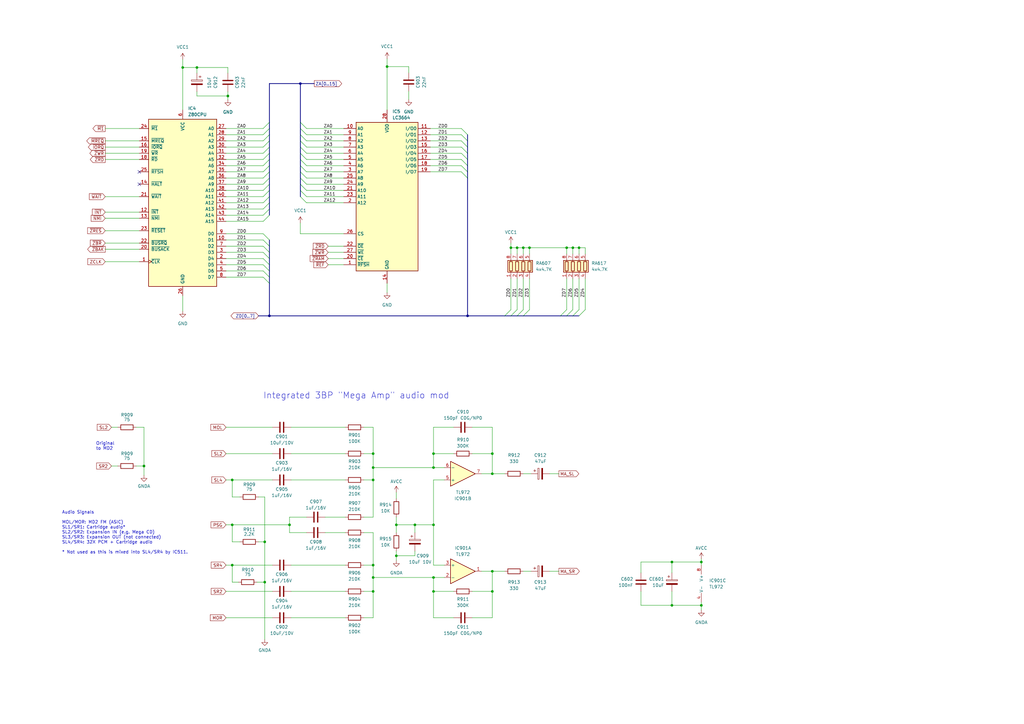
<source format=kicad_sch>
(kicad_sch (version 20230121) (generator eeschema)
  (paper "A3")
  (title_block (title "Z80 and Audio") (date "2023-11-29") (rev "1.1b") (company "By Cosam") (comment 1 "Neptune"))
  (junction (at 201.93 194.31))
  (junction (at 287.655 230.505))
  (junction (at 93.472 39.37))
  (junction (at 153.035 186.055))
  (junction (at 80.772 27.686))
  (junction (at 118.745 215.265))
  (junction (at 95.25 231.775))
  (junction (at 95.25 215.265))
  (junction (at 123.19 34.29))
  (junction (at 74.93 27.686))
  (junction (at 153.035 236.855))
  (junction (at 209.55 101.6))
  (junction (at 232.41 101.6))
  (junction (at 153.035 242.57))
  (junction (at 170.18 215.265))
  (junction (at 201.93 186.055))
  (junction (at 153.035 231.775))
  (junction (at 217.17 101.6))
  (junction (at 108.585 222.25))
  (junction (at 177.8 191.77))
  (junction (at 177.8 186.055))
  (junction (at 177.8 236.855))
  (junction (at 153.035 196.85))
  (junction (at 191.77 129.54))
  (junction (at 234.95 101.6))
  (junction (at 158.75 27.305))
  (junction (at 110.49 129.54))
  (junction (at 177.8 215.265))
  (junction (at 275.59 248.285))
  (junction (at 201.93 234.315))
  (junction (at 153.035 191.77))
  (junction (at 59.055 191.135))
  (junction (at 177.8 242.57))
  (junction (at 201.93 242.57))
  (junction (at 95.25 196.85))
  (junction (at 275.59 230.505))
  (junction (at 237.49 101.6))
  (junction (at 214.63 101.6))
  (junction (at 287.655 248.285))
  (junction (at 212.09 101.6))
  (junction (at 162.56 227.965))
  (junction (at 108.585 238.76))
  (junction (at 162.56 215.265))
  (no_connect (at 57.15 75.565))
  (no_connect (at 57.15 70.485))
  (bus_entry (at 107.95 106.045) (size 2.54 2.54))
  (bus_entry (at 125.73 75.565) (size -2.54 -2.54))
  (bus_entry (at 107.95 60.325) (size 2.54 -2.54))
  (bus_entry (at 125.73 70.485) (size -2.54 -2.54))
  (bus_entry (at 107.95 108.585) (size 2.54 2.54))
  (bus_entry (at 107.95 95.885) (size 2.54 2.54))
  (bus_entry (at 107.95 103.505) (size 2.54 2.54))
  (bus_entry (at 125.73 57.785) (size -2.54 -2.54))
  (bus_entry (at 125.73 83.185) (size -2.54 -2.54))
  (bus_entry (at 189.23 70.485) (size 2.54 2.54))
  (bus_entry (at 107.95 98.425) (size 2.54 2.54))
  (bus_entry (at 237.49 127) (size -2.54 2.54))
  (bus_entry (at 125.73 65.405) (size -2.54 -2.54))
  (bus_entry (at 240.03 127) (size -2.54 2.54))
  (bus_entry (at 107.95 100.965) (size 2.54 2.54))
  (bus_entry (at 189.23 57.785) (size 2.54 2.54))
  (bus_entry (at 125.73 73.025) (size -2.54 -2.54))
  (bus_entry (at 107.95 70.485) (size 2.54 -2.54))
  (bus_entry (at 125.73 62.865) (size -2.54 -2.54))
  (bus_entry (at 189.23 62.865) (size 2.54 2.54))
  (bus_entry (at 125.73 52.705) (size -2.54 -2.54))
  (bus_entry (at 217.17 127) (size -2.54 2.54))
  (bus_entry (at 232.41 127) (size -2.54 2.54))
  (bus_entry (at 107.95 113.665) (size 2.54 2.54))
  (bus_entry (at 107.95 67.945) (size 2.54 -2.54))
  (bus_entry (at 212.09 127) (size -2.54 2.54))
  (bus_entry (at 107.95 85.725) (size 2.54 -2.54))
  (bus_entry (at 189.23 67.945) (size 2.54 2.54))
  (bus_entry (at 214.63 127) (size -2.54 2.54))
  (bus_entry (at 107.95 111.125) (size 2.54 2.54))
  (bus_entry (at 107.95 90.805) (size 2.54 -2.54))
  (bus_entry (at 189.23 55.245) (size 2.54 2.54))
  (bus_entry (at 107.95 80.645) (size 2.54 -2.54))
  (bus_entry (at 107.95 78.105) (size 2.54 -2.54))
  (bus_entry (at 125.73 60.325) (size -2.54 -2.54))
  (bus_entry (at 189.23 65.405) (size 2.54 2.54))
  (bus_entry (at 125.73 55.245) (size -2.54 -2.54))
  (bus_entry (at 107.95 88.265) (size 2.54 -2.54))
  (bus_entry (at 107.95 55.245) (size 2.54 -2.54))
  (bus_entry (at 107.95 83.185) (size 2.54 -2.54))
  (bus_entry (at 107.95 62.865) (size 2.54 -2.54))
  (bus_entry (at 189.23 60.325) (size 2.54 2.54))
  (bus_entry (at 234.95 127) (size -2.54 2.54))
  (bus_entry (at 125.73 78.105) (size -2.54 -2.54))
  (bus_entry (at 125.73 80.645) (size -2.54 -2.54))
  (bus_entry (at 189.23 52.705) (size 2.54 2.54))
  (bus_entry (at 107.95 73.025) (size 2.54 -2.54))
  (bus_entry (at 209.55 127) (size -2.54 2.54))
  (bus_entry (at 107.95 65.405) (size 2.54 -2.54))
  (bus_entry (at 107.95 75.565) (size 2.54 -2.54))
  (bus_entry (at 107.95 57.785) (size 2.54 -2.54))
  (bus_entry (at 125.73 67.945) (size -2.54 -2.54))
  (bus_entry (at 107.95 52.705) (size 2.54 -2.54))
  (wire (pts (xy 55.88 175.26) (xy 59.055 175.26)))
  (wire (pts (xy 92.71 67.945) (xy 107.95 67.945)))
  (wire (pts (xy 93.472 37.592) (xy 93.472 39.37)))
  (wire (pts (xy 80.772 39.37) (xy 93.472 39.37)))
  (wire (pts (xy 232.41 114.3) (xy 232.41 127)))
  (wire (pts (xy 149.225 218.44) (xy 153.035 218.44)))
  (wire (pts (xy 287.655 229.235) (xy 287.655 230.505)))
  (bus (pts (xy 110.49 106.045) (xy 110.49 108.585)))
  (bus (pts (xy 191.77 65.405) (xy 191.77 67.945)))
  (bus (pts (xy 229.87 129.54) (xy 214.63 129.54)))
  (wire (pts (xy 125.73 65.405) (xy 140.97 65.405)))
  (wire (pts (xy 125.73 60.325) (xy 140.97 60.325)))
  (bus (pts (xy 123.19 50.165) (xy 123.19 52.705)))
  (wire (pts (xy 177.8 191.77) (xy 182.245 191.77)))
  (wire (pts (xy 186.055 175.26) (xy 177.8 175.26)))
  (bus (pts (xy 123.19 60.325) (xy 123.19 62.865)))
  (wire (pts (xy 177.8 242.57) (xy 177.8 236.855)))
  (wire (pts (xy 125.73 80.645) (xy 140.97 80.645)))
  (bus (pts (xy 123.19 34.29) (xy 123.19 50.165)))
  (wire (pts (xy 177.8 253.365) (xy 186.055 253.365)))
  (wire (pts (xy 92.71 196.85) (xy 95.25 196.85)))
  (wire (pts (xy 237.49 101.6) (xy 237.49 104.14)))
  (bus (pts (xy 191.77 73.025) (xy 191.77 129.54)))
  (wire (pts (xy 162.56 212.09) (xy 162.56 215.265)))
  (wire (pts (xy 92.71 108.585) (xy 107.95 108.585)))
  (bus (pts (xy 110.49 55.245) (xy 110.49 57.785)))
  (wire (pts (xy 123.19 95.885) (xy 123.19 91.44)))
  (wire (pts (xy 125.73 57.785) (xy 140.97 57.785)))
  (wire (pts (xy 95.25 215.265) (xy 118.745 215.265)))
  (bus (pts (xy 123.19 75.565) (xy 123.19 78.105)))
  (wire (pts (xy 153.035 236.855) (xy 153.035 231.775)))
  (wire (pts (xy 92.71 90.805) (xy 107.95 90.805)))
  (wire (pts (xy 232.41 101.6) (xy 234.95 101.6)))
  (wire (pts (xy 140.97 108.585) (xy 134.62 108.585)))
  (wire (pts (xy 125.73 70.485) (xy 140.97 70.485)))
  (bus (pts (xy 191.77 60.325) (xy 191.77 62.865)))
  (bus (pts (xy 110.49 57.785) (xy 110.49 60.325)))
  (bus (pts (xy 110.49 98.425) (xy 110.49 100.965)))
  (wire (pts (xy 177.8 186.055) (xy 177.8 175.26)))
  (wire (pts (xy 57.15 99.695) (xy 43.18 99.695)))
  (wire (pts (xy 92.71 103.505) (xy 107.95 103.505)))
  (wire (pts (xy 162.56 226.06) (xy 162.56 227.965)))
  (bus (pts (xy 106.045 129.54) (xy 110.49 129.54)))
  (wire (pts (xy 214.63 114.3) (xy 214.63 127)))
  (wire (pts (xy 275.59 230.505) (xy 275.59 234.95)))
  (wire (pts (xy 177.8 196.85) (xy 182.245 196.85)))
  (wire (pts (xy 149.225 186.055) (xy 153.035 186.055)))
  (wire (pts (xy 217.17 101.6) (xy 214.63 101.6)))
  (wire (pts (xy 119.38 231.775) (xy 141.605 231.775)))
  (wire (pts (xy 225.425 234.315) (xy 229.235 234.315)))
  (bus (pts (xy 110.49 103.505) (xy 110.49 106.045)))
  (bus (pts (xy 110.49 50.165) (xy 110.49 52.705)))
  (bus (pts (xy 191.77 67.945) (xy 191.77 70.485)))
  (wire (pts (xy 45.72 175.26) (xy 48.26 175.26)))
  (wire (pts (xy 108.585 222.25) (xy 108.585 238.76)))
  (wire (pts (xy 240.03 101.6) (xy 240.03 104.14)))
  (bus (pts (xy 110.49 80.645) (xy 110.49 83.185)))
  (wire (pts (xy 125.73 55.245) (xy 140.97 55.245)))
  (bus (pts (xy 214.63 129.54) (xy 212.09 129.54)))
  (wire (pts (xy 119.38 196.85) (xy 141.605 196.85)))
  (wire (pts (xy 162.56 201.93) (xy 162.56 204.47)))
  (wire (pts (xy 201.93 194.31) (xy 207.01 194.31)))
  (wire (pts (xy 92.71 70.485) (xy 107.95 70.485)))
  (wire (pts (xy 133.35 212.09) (xy 141.605 212.09)))
  (bus (pts (xy 110.49 113.665) (xy 110.49 116.205)))
  (wire (pts (xy 158.75 24.13) (xy 158.75 27.305)))
  (wire (pts (xy 98.425 203.835) (xy 95.25 203.835)))
  (wire (pts (xy 237.49 114.3) (xy 237.49 127)))
  (wire (pts (xy 119.38 253.365) (xy 141.605 253.365)))
  (bus (pts (xy 212.09 129.54) (xy 209.55 129.54)))
  (bus (pts (xy 234.95 129.54) (xy 232.41 129.54)))
  (bus (pts (xy 191.77 57.785) (xy 191.77 60.325)))
  (wire (pts (xy 197.485 194.31) (xy 201.93 194.31)))
  (wire (pts (xy 92.71 215.265) (xy 95.25 215.265)))
  (wire (pts (xy 158.75 27.305) (xy 158.75 45.085)))
  (wire (pts (xy 237.49 101.6) (xy 240.03 101.6)))
  (wire (pts (xy 177.8 215.265) (xy 177.8 196.85)))
  (wire (pts (xy 92.71 242.57) (xy 111.76 242.57)))
  (wire (pts (xy 92.71 73.025) (xy 107.95 73.025)))
  (bus (pts (xy 123.19 52.705) (xy 123.19 55.245)))
  (wire (pts (xy 57.15 60.325) (xy 43.18 60.325)))
  (bus (pts (xy 110.49 34.29) (xy 110.49 50.165)))
  (wire (pts (xy 57.15 80.645) (xy 43.18 80.645)))
  (wire (pts (xy 95.25 203.835) (xy 95.25 196.85)))
  (wire (pts (xy 57.15 86.995) (xy 43.18 86.995)))
  (wire (pts (xy 153.035 236.855) (xy 177.8 236.855)))
  (wire (pts (xy 167.64 27.305) (xy 158.75 27.305)))
  (wire (pts (xy 234.95 114.3) (xy 234.95 127)))
  (bus (pts (xy 191.77 62.865) (xy 191.77 65.405)))
  (bus (pts (xy 209.55 129.54) (xy 207.01 129.54)))
  (wire (pts (xy 262.89 242.57) (xy 262.89 248.285)))
  (wire (pts (xy 140.97 106.045) (xy 134.62 106.045)))
  (bus (pts (xy 123.19 55.245) (xy 123.19 57.785)))
  (wire (pts (xy 93.472 29.972) (xy 93.472 27.686)))
  (wire (pts (xy 97.79 238.76) (xy 95.25 238.76)))
  (wire (pts (xy 92.71 55.245) (xy 107.95 55.245)))
  (wire (pts (xy 167.64 37.465) (xy 167.64 40.767)))
  (bus (pts (xy 110.49 100.965) (xy 110.49 103.505)))
  (wire (pts (xy 119.38 175.26) (xy 141.605 175.26)))
  (wire (pts (xy 92.71 60.325) (xy 107.95 60.325)))
  (wire (pts (xy 153.035 191.77) (xy 153.035 186.055)))
  (bus (pts (xy 232.41 129.54) (xy 229.87 129.54)))
  (wire (pts (xy 57.15 107.315) (xy 43.18 107.315)))
  (wire (pts (xy 92.71 75.565) (xy 107.95 75.565)))
  (wire (pts (xy 214.63 234.315) (xy 217.805 234.315)))
  (wire (pts (xy 105.41 238.76) (xy 108.585 238.76)))
  (wire (pts (xy 92.71 52.705) (xy 107.95 52.705)))
  (wire (pts (xy 140.97 103.505) (xy 134.62 103.505)))
  (wire (pts (xy 170.18 215.265) (xy 177.8 215.265)))
  (wire (pts (xy 158.75 116.205) (xy 158.75 120.015)))
  (wire (pts (xy 153.035 196.85) (xy 153.035 191.77)))
  (wire (pts (xy 125.73 52.705) (xy 140.97 52.705)))
  (wire (pts (xy 106.045 203.835) (xy 108.585 203.835)))
  (wire (pts (xy 214.63 104.14) (xy 214.63 101.6)))
  (wire (pts (xy 74.93 121.285) (xy 74.93 127.635)))
  (wire (pts (xy 209.55 101.6) (xy 209.55 104.14)))
  (bus (pts (xy 110.49 129.54) (xy 191.77 129.54)))
  (bus (pts (xy 123.19 62.865) (xy 123.19 65.405)))
  (wire (pts (xy 212.09 114.3) (xy 212.09 127)))
  (wire (pts (xy 140.97 100.965) (xy 134.62 100.965)))
  (wire (pts (xy 232.41 101.6) (xy 232.41 104.14)))
  (wire (pts (xy 262.89 234.95) (xy 262.89 230.505)))
  (wire (pts (xy 193.675 253.365) (xy 201.93 253.365)))
  (wire (pts (xy 92.71 98.425) (xy 107.95 98.425)))
  (bus (pts (xy 110.49 75.565) (xy 110.49 78.105)))
  (wire (pts (xy 186.055 186.055) (xy 177.8 186.055)))
  (wire (pts (xy 162.56 227.965) (xy 162.56 229.87)))
  (wire (pts (xy 214.63 194.31) (xy 217.805 194.31)))
  (wire (pts (xy 225.425 194.31) (xy 229.235 194.31)))
  (wire (pts (xy 234.95 101.6) (xy 237.49 101.6)))
  (bus (pts (xy 191.77 55.245) (xy 191.77 57.785)))
  (bus (pts (xy 110.49 60.325) (xy 110.49 62.865)))
  (bus (pts (xy 237.49 129.54) (xy 234.95 129.54)))
  (wire (pts (xy 59.055 175.26) (xy 59.055 191.135)))
  (wire (pts (xy 95.25 231.775) (xy 111.76 231.775)))
  (wire (pts (xy 153.035 242.57) (xy 153.035 253.365)))
  (wire (pts (xy 57.15 65.405) (xy 43.18 65.405)))
  (bus (pts (xy 123.19 34.29) (xy 110.49 34.29)))
  (wire (pts (xy 57.15 89.535) (xy 43.18 89.535)))
  (wire (pts (xy 275.59 230.505) (xy 287.655 230.505)))
  (wire (pts (xy 92.71 231.775) (xy 95.25 231.775)))
  (wire (pts (xy 162.56 227.965) (xy 170.18 227.965)))
  (wire (pts (xy 234.95 101.6) (xy 234.95 104.14)))
  (wire (pts (xy 153.035 253.365) (xy 149.225 253.365)))
  (bus (pts (xy 110.49 62.865) (xy 110.49 65.405)))
  (bus (pts (xy 123.19 73.025) (xy 123.19 75.565)))
  (wire (pts (xy 177.8 231.775) (xy 182.245 231.775)))
  (wire (pts (xy 177.8 215.265) (xy 177.8 231.775)))
  (wire (pts (xy 201.93 253.365) (xy 201.93 242.57)))
  (wire (pts (xy 92.71 80.645) (xy 107.95 80.645)))
  (bus (pts (xy 128.905 34.29) (xy 123.19 34.29)))
  (wire (pts (xy 92.71 95.885) (xy 107.95 95.885)))
  (wire (pts (xy 149.225 212.09) (xy 153.035 212.09)))
  (wire (pts (xy 55.88 191.135) (xy 59.055 191.135)))
  (wire (pts (xy 201.93 234.315) (xy 197.485 234.315)))
  (wire (pts (xy 80.772 37.592) (xy 80.772 39.37)))
  (wire (pts (xy 57.15 57.785) (xy 43.18 57.785)))
  (wire (pts (xy 92.71 83.185) (xy 107.95 83.185)))
  (wire (pts (xy 149.225 231.775) (xy 153.035 231.775)))
  (wire (pts (xy 57.15 94.615) (xy 43.18 94.615)))
  (wire (pts (xy 176.53 60.325) (xy 189.23 60.325)))
  (wire (pts (xy 108.585 238.76) (xy 108.585 262.255)))
  (wire (pts (xy 193.675 186.055) (xy 201.93 186.055)))
  (wire (pts (xy 217.17 114.3) (xy 217.17 127)))
  (bus (pts (xy 110.49 116.205) (xy 110.49 129.54)))
  (wire (pts (xy 162.56 215.265) (xy 162.56 218.44)))
  (wire (pts (xy 57.15 52.705) (xy 43.18 52.705)))
  (wire (pts (xy 98.425 222.25) (xy 95.25 222.25)))
  (wire (pts (xy 149.225 196.85) (xy 153.035 196.85)))
  (wire (pts (xy 201.93 234.315) (xy 207.01 234.315)))
  (wire (pts (xy 106.045 222.25) (xy 108.585 222.25)))
  (wire (pts (xy 176.53 67.945) (xy 189.23 67.945)))
  (wire (pts (xy 201.93 194.31) (xy 201.93 186.055)))
  (wire (pts (xy 92.71 106.045) (xy 107.95 106.045)))
  (wire (pts (xy 217.17 104.14) (xy 217.17 101.6)))
  (wire (pts (xy 170.18 227.965) (xy 170.18 226.06)))
  (wire (pts (xy 108.585 203.835) (xy 108.585 222.25)))
  (bus (pts (xy 110.49 73.025) (xy 110.49 75.565)))
  (wire (pts (xy 125.73 73.025) (xy 140.97 73.025)))
  (bus (pts (xy 123.19 67.945) (xy 123.19 70.485)))
  (wire (pts (xy 153.035 175.26) (xy 149.225 175.26)))
  (wire (pts (xy 92.71 175.26) (xy 111.76 175.26)))
  (wire (pts (xy 59.055 191.135) (xy 59.055 194.945)))
  (wire (pts (xy 162.56 215.265) (xy 170.18 215.265)))
  (wire (pts (xy 153.035 191.77) (xy 177.8 191.77)))
  (wire (pts (xy 92.71 111.125) (xy 107.95 111.125)))
  (wire (pts (xy 201.93 242.57) (xy 201.93 234.315)))
  (bus (pts (xy 110.49 78.105) (xy 110.49 80.645)))
  (wire (pts (xy 92.71 186.055) (xy 111.76 186.055)))
  (wire (pts (xy 201.93 186.055) (xy 201.93 175.26)))
  (wire (pts (xy 177.8 253.365) (xy 177.8 242.57)))
  (wire (pts (xy 149.225 242.57) (xy 153.035 242.57)))
  (wire (pts (xy 119.38 186.055) (xy 141.605 186.055)))
  (wire (pts (xy 176.53 55.245) (xy 189.23 55.245)))
  (wire (pts (xy 153.035 186.055) (xy 153.035 175.26)))
  (wire (pts (xy 275.59 248.285) (xy 287.655 248.285)))
  (wire (pts (xy 170.18 215.265) (xy 170.18 218.44)))
  (wire (pts (xy 95.25 196.85) (xy 111.76 196.85)))
  (wire (pts (xy 125.73 75.565) (xy 140.97 75.565)))
  (bus (pts (xy 110.49 67.945) (xy 110.49 70.485)))
  (wire (pts (xy 74.93 24.384) (xy 74.93 27.686)))
  (bus (pts (xy 110.49 111.125) (xy 110.49 113.665)))
  (wire (pts (xy 125.73 78.105) (xy 140.97 78.105)))
  (wire (pts (xy 287.655 247.015) (xy 287.655 248.285)))
  (bus (pts (xy 110.49 85.725) (xy 110.49 88.265)))
  (wire (pts (xy 125.73 83.185) (xy 140.97 83.185)))
  (wire (pts (xy 186.055 242.57) (xy 177.8 242.57)))
  (wire (pts (xy 119.38 242.57) (xy 141.605 242.57)))
  (wire (pts (xy 95.25 238.76) (xy 95.25 231.775)))
  (wire (pts (xy 92.71 88.265) (xy 107.95 88.265)))
  (wire (pts (xy 212.09 101.6) (xy 209.55 101.6)))
  (wire (pts (xy 92.71 85.725) (xy 107.95 85.725)))
  (wire (pts (xy 176.53 62.865) (xy 189.23 62.865)))
  (wire (pts (xy 133.35 218.44) (xy 141.605 218.44)))
  (wire (pts (xy 118.745 218.44) (xy 125.73 218.44)))
  (wire (pts (xy 92.71 62.865) (xy 107.95 62.865)))
  (bus (pts (xy 191.77 129.54) (xy 207.01 129.54)))
  (bus (pts (xy 123.19 57.785) (xy 123.19 60.325)))
  (wire (pts (xy 287.655 248.285) (xy 287.655 250.19)))
  (wire (pts (xy 92.71 78.105) (xy 107.95 78.105)))
  (wire (pts (xy 177.8 191.77) (xy 177.8 186.055)))
  (bus (pts (xy 110.49 52.705) (xy 110.49 55.245)))
  (wire (pts (xy 95.25 222.25) (xy 95.25 215.265)))
  (wire (pts (xy 80.772 27.686) (xy 80.772 29.972)))
  (bus (pts (xy 110.49 70.485) (xy 110.49 73.025)))
  (bus (pts (xy 110.49 65.405) (xy 110.49 67.945)))
  (bus (pts (xy 123.19 65.405) (xy 123.19 67.945)))
  (wire (pts (xy 176.53 65.405) (xy 189.23 65.405)))
  (wire (pts (xy 45.72 191.135) (xy 48.26 191.135)))
  (wire (pts (xy 177.8 236.855) (xy 182.245 236.855)))
  (wire (pts (xy 212.09 104.14) (xy 212.09 101.6)))
  (wire (pts (xy 287.655 230.505) (xy 287.655 231.775)))
  (wire (pts (xy 214.63 101.6) (xy 212.09 101.6)))
  (wire (pts (xy 176.53 70.485) (xy 189.23 70.485)))
  (wire (pts (xy 92.71 57.785) (xy 107.95 57.785)))
  (wire (pts (xy 123.19 95.885) (xy 140.97 95.885)))
  (wire (pts (xy 262.89 248.285) (xy 275.59 248.285)))
  (wire (pts (xy 153.035 212.09) (xy 153.035 196.85)))
  (wire (pts (xy 209.55 114.3) (xy 209.55 127)))
  (wire (pts (xy 57.15 102.235) (xy 43.18 102.235)))
  (wire (pts (xy 275.59 242.57) (xy 275.59 248.285)))
  (wire (pts (xy 118.745 212.09) (xy 118.745 215.265)))
  (wire (pts (xy 74.93 27.686) (xy 74.93 45.085)))
  (wire (pts (xy 93.472 39.37) (xy 93.472 40.894)))
  (bus (pts (xy 110.49 83.185) (xy 110.49 85.725)))
  (wire (pts (xy 201.93 175.26) (xy 193.675 175.26)))
  (bus (pts (xy 123.19 70.485) (xy 123.19 73.025)))
  (wire (pts (xy 92.71 65.405) (xy 107.95 65.405)))
  (wire (pts (xy 57.15 62.865) (xy 43.18 62.865)))
  (wire (pts (xy 193.675 242.57) (xy 201.93 242.57)))
  (wire (pts (xy 176.53 52.705) (xy 189.23 52.705)))
  (wire (pts (xy 125.73 67.945) (xy 140.97 67.945)))
  (wire (pts (xy 93.472 27.686) (xy 80.772 27.686)))
  (wire (pts (xy 240.03 114.3) (xy 240.03 127)))
  (wire (pts (xy 125.73 62.865) (xy 140.97 62.865)))
  (wire (pts (xy 125.73 212.09) (xy 118.745 212.09)))
  (wire (pts (xy 217.17 101.6) (xy 232.41 101.6)))
  (wire (pts (xy 167.64 29.845) (xy 167.64 27.305)))
  (wire (pts (xy 80.772 27.686) (xy 74.93 27.686)))
  (wire (pts (xy 153.035 236.855) (xy 153.035 242.57)))
  (bus (pts (xy 191.77 70.485) (xy 191.77 73.025)))
  (wire (pts (xy 92.71 100.965) (xy 107.95 100.965)))
  (wire (pts (xy 118.745 215.265) (xy 118.745 218.44)))
  (wire (pts (xy 262.89 230.505) (xy 275.59 230.505)))
  (bus (pts (xy 110.49 108.585) (xy 110.49 111.125)))
  (wire (pts (xy 92.71 253.365) (xy 111.76 253.365)))
  (wire (pts (xy 153.035 218.44) (xy 153.035 231.775)))
  (wire (pts (xy 176.53 57.785) (xy 189.23 57.785)))
  (bus (pts (xy 123.19 78.105) (xy 123.19 80.645)))
  (wire (pts (xy 209.55 99.695) (xy 209.55 101.6)))
  (wire (pts (xy 92.71 113.665) (xy 107.95 113.665)))
  (text "Original\nto MD2" (at 39.37 184.785 0) (effects (font (size 1.27 1.27)) (justify left bottom)))
  (text "Audio Signals\n\nMOL/MOR: MD2 FM (ASIC)\nSL1/SR1: Cartridge audio*\nSL2/SR2: Expansion IN (e.g. Mega CD)\nSL3/SR3: Expansion OUT (not connected)\nSL4/SR4: 32X PCM + Cartridge audio\n\n* Not used as this is mixed into SL4/SR4 by IC511." (at 25.4 227.33 0) (effects (font (size 1.27 1.27)) (justify left bottom)))
  (text "Integrated 3BP \"Mega Amp\" audio mod" (at 107.95 163.83 0) (effects (font (size 2.54 2.54)) (justify left bottom)))
  (label "ZD6" (at 234.95 118.11 270))
  (label "ZA5" (at 132.715 65.405 0))
  (label "ZD0" (at 179.705 52.705 0))
  (label "ZA3" (at 132.715 60.325 0))
  (label "ZD2" (at 179.705 57.785 0))
  (label "ZA0" (at 132.715 52.705 0))
  (label "ZD7" (at 232.41 118.11 270))
  (label "ZD4" (at 240.03 118.11 270))
  (label "ZA11" (at 97.155 80.645 0))
  (label "ZA15" (at 97.155 90.805 0))
  (label "ZA1" (at 132.715 55.245 0))
  (label "ZA9" (at 132.715 75.565 0))
  (label "ZD3" (at 217.17 118.11 270))
  (label "ZA12" (at 97.155 83.185 0))
  (label "ZA4" (at 97.155 62.865 0))
  (label "ZD3" (at 97.155 103.505 0))
  (label "ZA9" (at 97.155 75.565 0))
  (label "ZD1" (at 212.09 118.11 270))
  (label "ZD1" (at 97.155 98.425 0))
  (label "ZA1" (at 97.155 55.245 0))
  (label "ZA6" (at 132.715 67.945 0))
  (label "ZD5" (at 179.705 65.405 0))
  (label "ZA4" (at 132.715 62.865 0))
  (label "ZD6" (at 179.705 67.945 0))
  (label "ZA2" (at 132.715 57.785 0))
  (label "ZA12" (at 132.715 83.185 0))
  (label "ZA13" (at 97.155 85.725 0))
  (label "ZD1" (at 179.705 55.245 0))
  (label "ZD0" (at 209.55 118.11 270))
  (label "ZA11" (at 132.715 80.645 0))
  (label "ZD7" (at 97.155 113.665 0))
  (label "ZD6" (at 97.155 111.125 0))
  (label "ZA14" (at 97.155 88.265 0))
  (label "ZA10" (at 97.155 78.105 0))
  (label "ZD7" (at 179.705 70.485 0))
  (label "ZA8" (at 97.155 73.025 0))
  (label "ZA10" (at 132.715 78.105 0))
  (label "ZA5" (at 97.155 65.405 0))
  (label "ZA8" (at 132.715 73.025 0))
  (label "ZA2" (at 97.155 57.785 0))
  (label "ZA0" (at 97.155 52.705 0))
  (label "ZD3" (at 179.705 60.325 0))
  (label "ZD5" (at 97.155 108.585 0))
  (label "ZA7" (at 132.715 70.485 0))
  (label "ZD4" (at 179.705 62.865 0))
  (label "ZD4" (at 97.155 106.045 0))
  (label "ZA6" (at 97.155 67.945 0))
  (label "ZD0" (at 97.155 95.885 0))
  (label "ZA7" (at 97.155 70.485 0))
  (label "ZD2" (at 97.155 100.965 0))
  (label "ZA3" (at 97.155 60.325 0))
  (label "ZD5" (at 237.49 118.11 270))
  (label "ZD2" (at 214.63 118.11 270))
  (global_label "~{ZRD}" (shape output) (at 43.18 65.405 180) (property "Intersheetrefs" "${INTERSHEET_REFS}" (effects hide)))
  (global_label "~{ZRAM}" (shape input) (at 134.62 106.045 180) (property "Intersheetrefs" "${INTERSHEET_REFS}" (effects hide)))
  (global_label "~{ZWR}" (shape output) (at 43.18 62.865 180) (property "Intersheetrefs" "${INTERSHEET_REFS}" (effects hide)))
  (global_label "~{ZBR}" (shape input) (at 43.18 99.695 180) (property "Intersheetrefs" "${INTERSHEET_REFS}" (effects hide)))
  (global_label "~{IORQ}" (shape output) (at 43.18 60.325 180) (property "Intersheetrefs" "${INTERSHEET_REFS}" (effects hide)))
  (global_label "SR4" (shape input) (at 92.71 231.775 180) (property "Intersheetrefs" "${INTERSHEET_REFS}" (effects hide)))
  (global_label "~{INT}" (shape input) (at 43.18 86.995 180) (property "Intersheetrefs" "${INTERSHEET_REFS}" (effects hide)))
  (global_label "ZA[0..15]" (shape output) (at 128.905 34.29 0) (property "Intersheetrefs" "${INTERSHEET_REFS}" (effects hide)))
  (global_label "MOL" (shape input) (at 92.71 175.26 180) (property "Intersheetrefs" "${INTERSHEET_REFS}" (effects hide)))
  (global_label "SL4" (shape input) (at 92.71 196.85 180) (property "Intersheetrefs" "${INTERSHEET_REFS}" (effects hide)))
  (global_label "SL2" (shape input) (at 45.72 175.26 180) (property "Intersheetrefs" "${INTERSHEET_REFS}" (effects hide)))
  (global_label "MA_SL" (shape output) (at 229.235 194.31 0) (property "Intersheetrefs" "${INTERSHEET_REFS}" (effects hide)))
  (global_label "~{MREQ}" (shape output) (at 43.18 57.785 180) (property "Intersheetrefs" "${INTERSHEET_REFS}" (effects hide)))
  (global_label "SR2" (shape input) (at 45.72 191.135 180) (property "Intersheetrefs" "${INTERSHEET_REFS}" (effects hide)))
  (global_label "ZD[0..7]" (shape bidirectional) (at 106.045 129.54 180) (property "Intersheetrefs" "${INTERSHEET_REFS}" (effects hide)))
  (global_label "MA_SR" (shape output) (at 229.235 234.315 0) (property "Intersheetrefs" "${INTERSHEET_REFS}" (effects hide)))
  (global_label "~{REF}" (shape input) (at 134.62 108.585 180) (property "Intersheetrefs" "${INTERSHEET_REFS}" (effects hide)))
  (global_label "~{NMI}" (shape input) (at 43.18 89.535 180) (property "Intersheetrefs" "${INTERSHEET_REFS}" (effects hide)))
  (global_label "PSG" (shape input) (at 92.71 215.265 180) (property "Intersheetrefs" "${INTERSHEET_REFS}" (effects hide)))
  (global_label "~{ZRD}" (shape input) (at 134.62 100.965 180) (property "Intersheetrefs" "${INTERSHEET_REFS}" (effects hide)))
  (global_label "~{ZRES}" (shape input) (at 43.18 94.615 180) (property "Intersheetrefs" "${INTERSHEET_REFS}" (effects hide)))
  (global_label "~{ZBAK}" (shape output) (at 43.18 102.235 180) (property "Intersheetrefs" "${INTERSHEET_REFS}" (effects hide)))
  (global_label "~{ZWR}" (shape input) (at 134.62 103.505 180) (property "Intersheetrefs" "${INTERSHEET_REFS}" (effects hide)))
  (global_label "SR2" (shape input) (at 92.71 242.57 180) (property "Intersheetrefs" "${INTERSHEET_REFS}" (effects hide)))
  (global_label "~{WAIT}" (shape input) (at 43.18 80.645 180) (property "Intersheetrefs" "${INTERSHEET_REFS}" (effects hide)))
  (global_label "ZCLK" (shape input) (at 43.18 107.315 180) (property "Intersheetrefs" "${INTERSHEET_REFS}" (effects hide)))
  (global_label "MOR" (shape input) (at 92.71 253.365 180) (property "Intersheetrefs" "${INTERSHEET_REFS}" (effects hide)))
  (global_label "SL2" (shape input) (at 92.71 186.055 180) (property "Intersheetrefs" "${INTERSHEET_REFS}" (effects hide)))
  (global_label "~{M1}" (shape output) (at 43.18 52.705 180) (property "Intersheetrefs" "${INTERSHEET_REFS}" (effects hide)))
  (symbol (lib_id "MegaDrive:AVCC") (at 162.56 201.93 0) (unit 1)
    (property "Reference" "#PWR010" (effects hide))
    (property "Value" "AVCC" (at 162.56 197.485 0))
    (instances (project "Neptune" (path "" (reference "#PWR010") (unit 1)) (path "" (reference "#PWR034") (unit 1)) (path "" (reference "#PWR031") (unit 1))))
  )
  (symbol (lib_id "Device:C") (at 115.57 231.775 90) (mirror x) (unit 1)
    (property "Reference" "C906" (at 115.57 235.585 90))
    (property "Value" "1uF/16V" (at 115.57 238.125 90))
    (property "Footprint" "Capacitor_SMD:C_0805_2012Metric" (effects hide))
    (property "LCSC Part #" "C1850591" (effects hide))
    (property "MPN" "VJ0805Y105KXJTW1BC" (effects hide))
  )
  (symbol (lib_id "MegaDrive:VCC1") (at 158.75 24.13 0) (unit 1)
    (property "Reference" "#PWR01" (effects hide))
    (property "Value" "VCC1" (at 158.75 19.05 0))
    (instances (project "Neptune" (path "" (reference "#PWR01") (unit 1)) (path "" (reference "#PWR042") (unit 1)) (path "" (reference "#PWR08") (unit 1))))
  )
  (symbol (lib_id "Device:C") (at 189.865 175.26 90) (unit 1)
    (property "Reference" "C910" (at 189.865 168.91 90))
    (property "Value" "150pF C0G/NP0" (at 189.865 171.45 90))
    (property "Footprint" "Capacitor_SMD:C_0805_2012Metric" (effects hide))
    (property "DigiKey" "311-4166-1-ND" (effects hide))
    (property "LCSC Part #" "C2230620" (effects hide))
    (property "MPN" "VJ0805A151FXJCW1BC" (effects hide))
    (instances (project "Neptune" (path "" (reference "C910") (unit 1)) (path "" (reference "C911") (unit 1))))
  )
  (symbol (lib_id "Device:C") (at 115.57 253.365 90) (mirror x) (unit 1)
    (property "Reference" "C902" (at 115.57 257.175 90))
    (property "Value" "10uF/10V" (at 115.57 259.715 90))
    (property "Footprint" "Capacitor_SMD:C_0805_2012Metric" (effects hide))
    (property "DigiKey" "1276-1096-1-ND" (effects hide))
    (property "LCSC Part #" "C2265547" (effects hide))
    (property "MPN" "VJ0805V106ZXQTW1BC" (effects hide))
  )
  (symbol (lib_id "Device:R") (at 145.415 186.055 90) (unit 1)
    (property "Reference" "R903" (at 145.415 189.23 90))
    (property "Value" "210K" (at 145.415 191.77 90))
    (property "Footprint" "Resistor_SMD:R_0805_2012Metric" (effects hide))
    (property "DigiKey" "P210KCCT-ND" (effects hide))
    (property "LCSC Part #" "C2080690" (effects hide))
    (property "MPN" "CRCW0805210KFKEA" (effects hide))
  )
  (symbol (lib_id "Device:C_Polarized") (at 221.615 234.315 90) (mirror x) (unit 1)
    (property "Reference" "C913" (at 224.155 238.76 90) (effects (justify left)))
    (property "Value" "47uF" (at 224.155 241.3 90) (effects (justify left)))
    (property "Footprint" "Capacitor_THT:CP_Radial_D5.0mm_P2.50mm" (effects hide))
    (property "DigiKey" "493-13447-1-ND" (effects hide))
    (instances (project "Neptune" (path "" (reference "C913") (unit 1)) (path "" (reference "CE914") (unit 1))))
  )
  (symbol (lib_id "power:GND") (at 158.75 120.015 0) (unit 1)
    (property "Reference" "#PWR011" (effects hide))
    (property "Value" "GND" (at 158.75 125.095 0))
    (instances (project "PAC_SMAIN_RE" (path "" (reference "#PWR011") (unit 1)) (path "" (reference "#PWR012") (unit 1))) (project "Neptune" (path "" (reference "#PWR0147") (unit 1))))
  )
  (symbol (lib_id "Amplifier_Operational:TL062") (at 189.865 234.315 0) (unit 1)
    (property "Reference" "IC901" (at 189.865 224.79 0))
    (property "Value" "TL972" (at 189.865 227.33 0))
    (property "Footprint" "Package_SO:SO-8_3.9x4.9mm_P1.27mm" (effects hide))
    (property "Datasheet" "http://www.ti.com/lit/ds/symlink/tl061.pdf" (effects hide))
    (property "DigiKey" "296-21693-1-ND" (effects hide))
    (property "LCSC Part #" "C46127" (effects hide))
    (property "MPN" "TL972IDR" (effects hide))
  )
  (symbol (lib_id "Device:R") (at 145.415 212.09 270) (unit 1)
    (property "Reference" "R907" (at 145.415 206.375 90))
    (property "Value" "210K" (at 145.415 208.915 90))
    (property "Footprint" "Resistor_SMD:R_0805_2012Metric" (effects hide))
    (property "DigiKey" "P210KCCT-ND" (effects hide))
    (property "LCSC Part #" "C2080690" (effects hide))
    (property "MPN" "CRCW0805210KFKEA" (effects hide))
  )
  (symbol (lib_id "Device:R") (at 101.6 238.76 90) (mirror x) (unit 1)
    (property "Reference" "R910" (at 101.6 233.68 90))
    (property "Value" "75" (at 101.6 235.585 90))
    (property "Footprint" "Resistor_SMD:R_0805_2012Metric" (effects hide))
    (property "DigiKey" "P75.0CCT-ND" (effects hide))
    (property "LCSC Part #" "C313959" (effects hide))
    (property "MPN" "CRCW080575R0FKEAHP" (effects hide))
  )
  (symbol (lib_id "Device:C") (at 115.57 242.57 90) (mirror x) (unit 1)
    (property "Reference" "C904" (at 115.57 246.38 90))
    (property "Value" "1uF/16V" (at 115.57 248.92 90))
    (property "Footprint" "Capacitor_SMD:C_0805_2012Metric" (effects hide))
    (property "LCSC Part #" "C1850591" (effects hide))
    (property "MPN" "VJ0805Y105KXJTW1BC" (effects hide))
  )
  (symbol (lib_id "MegaDrive:VCC1") (at 209.55 99.695 0) (unit 1)
    (property "Reference" "#PWR020" (effects hide))
    (property "Value" "VCC1" (at 209.55 95.25 0))
  )
  (symbol (lib_id "Device:R") (at 145.415 231.775 90) (unit 1)
    (property "Reference" "R906" (at 145.415 234.95 90))
    (property "Value" "210K" (at 145.415 237.49 90))
    (property "Footprint" "Resistor_SMD:R_0805_2012Metric" (effects hide))
    (property "DigiKey" "P210KCCT-ND" (effects hide))
    (property "LCSC Part #" "C2080690" (effects hide))
    (property "MPN" "CRCW0805210KFKEA" (effects hide))
  )
  (symbol (lib_id "Device:R") (at 145.415 242.57 90) (unit 1)
    (property "Reference" "R904" (at 145.415 245.745 90))
    (property "Value" "210K" (at 145.415 248.285 90))
    (property "Footprint" "Resistor_SMD:R_0805_2012Metric" (effects hide))
    (property "DigiKey" "P210KCCT-ND" (effects hide))
    (property "LCSC Part #" "C2080690" (effects hide))
    (property "MPN" "CRCW0805210KFKEA" (effects hide))
  )
  (symbol (lib_id "Device:C") (at 262.89 238.76 0) (mirror y) (unit 1)
    (property "Reference" "C602" (at 259.715 237.49 0) (effects (justify left)))
    (property "Value" "100nF" (at 259.715 240.03 0) (effects (justify left)))
    (property "Footprint" "Capacitor_SMD:C_0805_2012Metric" (effects hide))
    (property "LCSC Part #" "C2237864" (effects hide))
    (property "MPN" "VJ0805Y104JXJMT" (effects hide))
    (instances (project "Neptune" (path "" (reference "C602") (unit 1)) (path "" (reference "C930") (unit 1))))
  )
  (symbol (lib_id "Device:R") (at 145.415 175.26 90) (unit 1)
    (property "Reference" "R901" (at 145.415 178.435 90))
    (property "Value" "100K" (at 145.415 180.975 90))
    (property "Footprint" "Resistor_SMD:R_0805_2012Metric" (effects hide))
    (property "LCSC Part #" "C844935" (effects hide))
    (property "MPN" "CRCW0805100KFKEA" (effects hide))
  )
  (symbol (lib_id "power:GND") (at 167.64 40.767 0) (unit 1)
    (property "Reference" "#PWR010" (effects hide))
    (property "Value" "GND" (at 167.64 45.847 0))
    (instances (project "PAC_SMAIN_RE" (path "" (reference "#PWR010") (unit 1)) (path "" (reference "#PWR09") (unit 1))) (project "Neptune" (path "" (reference "#PWR0109") (unit 1))))
  )
  (symbol (lib_id "MegaDrive:VCC1") (at 123.19 91.44 0) (unit 1)
    (property "Reference" "#PWR01" (effects hide))
    (property "Value" "VCC1" (at 123.19 86.36 0))
    (instances (project "Neptune" (path "" (reference "#PWR01") (unit 1)) (path "" (reference "#PWR042") (unit 1)) (path "" (reference "#PWR0149") (unit 1))))
  )
  (symbol (lib_id "power:GND") (at 74.93 127.635 0) (unit 1)
    (property "Reference" "#PWR010" (effects hide))
    (property "Value" "GND" (at 74.93 132.715 0))
    (instances (project "PAC_SMAIN_RE" (path "" (reference "#PWR010") (unit 1)) (path "" (reference "#PWR09") (unit 1))) (project "Neptune" (path "" (reference "#PWR0111") (unit 1))))
  )
  (symbol (lib_id "Device:R") (at 52.07 175.26 90) (mirror x) (unit 1)
    (property "Reference" "R909" (at 52.07 170.18 90))
    (property "Value" "75" (at 52.07 172.085 90))
    (property "Footprint" "Resistor_SMD:R_0805_2012Metric" (effects hide))
    (property "DigiKey" "P75.0CCT-ND" (effects hide))
    (property "LCSC Part #" "C313959" (effects hide))
    (property "MPN" "CRCW080575R0FKEAHP" (effects hide))
    (instances (project "Neptune" (path "" (reference "R909") (unit 1)) (path "" (reference "R41") (unit 1))))
  )
  (symbol (lib_id "Amplifier_Operational:TL062") (at 189.865 194.31 0) (mirror x) (unit 2)
    (property "Reference" "IC901" (at 189.865 204.47 0))
    (property "Value" "TL972" (at 189.865 201.93 0))
    (property "Footprint" "Package_SO:SO-8_3.9x4.9mm_P1.27mm" (effects hide))
    (property "Datasheet" "http://www.ti.com/lit/ds/symlink/tl061.pdf" (effects hide))
    (property "DigiKey" "296-21693-1-ND" (effects hide))
    (property "LCSC Part #" "C46127" (effects hide))
    (property "MPN" "TL972IDR" (effects hide))
  )
  (symbol (lib_id "power:GNDA") (at 59.055 194.945 0) (mirror y) (unit 1)
    (property "Reference" "#PWR032" (effects hide))
    (property "Value" "GNDA" (at 59.055 199.39 0))
    (instances (project "Neptune" (path "" (reference "#PWR032") (unit 1)) (path "" (reference "#PWR0144") (unit 1))))
  )
  (symbol (lib_id "Device:C_Polarized") (at 80.772 33.782 0) (mirror y) (unit 1)
    (property "Reference" "C912" (at 88.392 36.322 90) (effects (justify left)))
    (property "Value" "10uF" (at 85.852 36.322 90) (effects (justify left)))
    (property "Footprint" "Capacitor_THT:CP_Radial_D5.0mm_P2.50mm" (effects hide))
    (instances (project "Neptune" (path "" (reference "C912") (unit 1)) (path "" (reference "C21") (unit 1))))
  )
  (symbol (lib_id "Device:R") (at 145.415 218.44 90) (unit 1)
    (property "Reference" "R908" (at 145.415 221.615 90))
    (property "Value" "210K" (at 145.415 224.155 90))
    (property "Footprint" "Resistor_SMD:R_0805_2012Metric" (effects hide))
    (property "DigiKey" "P210KCCT-ND" (effects hide))
    (property "LCSC Part #" "C2080690" (effects hide))
    (property "MPN" "CRCW0805210KFKEA" (effects hide))
  )
  (symbol (lib_id "Device:C") (at 167.64 33.655 0) (mirror x) (unit 1)
    (property "Reference" "C903" (at 171.45 33.655 90))
    (property "Value" "22nF" (at 173.99 33.655 90))
    (property "Footprint" "Capacitor_SMD:C_0805_2012Metric" (effects hide))
    (property "LCSC Part #" "C2224419" (effects hide))
    (property "MPN" "VJ0805Y223JXJPW1BC" (effects hide))
    (instances (project "Neptune" (path "" (reference "C903") (unit 1)) (path "" (reference "C40") (unit 1))))
  )
  (symbol (lib_id "Device:C") (at 115.57 175.26 90) (mirror x) (unit 1)
    (property "Reference" "C901" (at 115.57 179.07 90))
    (property "Value" "10uF/10V" (at 115.57 181.61 90))
    (property "Footprint" "Capacitor_SMD:C_0805_2012Metric" (effects hide))
    (property "DigiKey" "1276-1096-1-ND" (effects hide))
    (property "LCSC Part #" "C2265547" (effects hide))
    (property "MPN" "VJ0805V106ZXQTW1BC" (effects hide))
  )
  (symbol (lib_id "Device:R") (at 162.56 222.25 0) (mirror x) (unit 1)
    (property "Reference" "R915" (at 158.115 220.98 0))
    (property "Value" "10K" (at 158.115 223.52 0))
    (property "Footprint" "Resistor_SMD:R_0805_2012Metric" (effects hide))
    (property "LCSC Part #" "C844937" (effects hide))
    (property "MPN" "CRCW080510K0FKEA" (effects hide))
    (instances (project "Neptune" (path "" (reference "R915") (unit 1)) (path "" (reference "R914") (unit 1))))
  )
  (symbol (lib_id "Device:C") (at 115.57 186.055 90) (mirror x) (unit 1)
    (property "Reference" "C903" (at 115.57 189.865 90))
    (property "Value" "1uF/16V" (at 115.57 192.405 90))
    (property "Footprint" "Capacitor_SMD:C_0805_2012Metric" (effects hide))
    (property "LCSC Part #" "C1850591" (effects hide))
    (property "MPN" "VJ0805Y105KXJTW1BC" (effects hide))
  )
  (symbol (lib_id "Device:C") (at 189.865 253.365 90) (mirror x) (unit 1)
    (property "Reference" "C911" (at 189.865 257.175 90))
    (property "Value" "150pF C0G/NP0" (at 189.865 259.715 90))
    (property "Footprint" "Capacitor_SMD:C_0805_2012Metric" (effects hide))
    (property "DigiKey" "311-4166-1-ND" (effects hide))
    (property "LCSC Part #" "C2230620" (effects hide))
    (property "MPN" "VJ0805A151FXJCW1BC" (effects hide))
    (instances (project "Neptune" (path "" (reference "C911") (unit 1)) (path "" (reference "C912") (unit 1))))
  )
  (symbol (lib_id "Device:R") (at 189.865 186.055 90) (mirror x) (unit 1)
    (property "Reference" "R910" (at 189.865 180.34 90))
    (property "Value" "300K" (at 189.865 182.88 90))
    (property "Footprint" "Resistor_SMD:R_0805_2012Metric" (effects hide))
    (property "DigiKey" "P300KCCT-ND" (effects hide))
    (property "LCSC Part #" "C1881308" (effects hide))
    (property "MPN" "RCS0805300KFKEA" (effects hide))
    (instances (project "Neptune" (path "" (reference "R910") (unit 1)) (path "" (reference "R915") (unit 1))))
  )
  (symbol (lib_id "Device:R_Pack04") (at 214.63 109.22 0) (unit 1)
    (property "Reference" "RA607" (at 219.71 107.95 0) (effects (justify left)))
    (property "Value" "4x4.7K" (at 219.71 110.49 0) (effects (justify left)))
    (property "Footprint" "Resistor_SMD:R_Array_Convex_4x0603" (effects hide))
  )
  (symbol (lib_id "Device:R") (at 162.56 208.28 0) (mirror x) (unit 1)
    (property "Reference" "R914" (at 158.115 207.01 0))
    (property "Value" "10K" (at 158.115 209.55 0))
    (property "Footprint" "Resistor_SMD:R_0805_2012Metric" (effects hide))
    (property "LCSC Part #" "C844937" (effects hide))
    (property "MPN" "CRCW080510K0FKEA" (effects hide))
    (instances (project "Neptune" (path "" (reference "R914") (unit 1)) (path "" (reference "R913") (unit 1))))
  )
  (symbol (lib_id "Device:R") (at 102.235 203.835 90) (mirror x) (unit 1)
    (property "Reference" "R909" (at 102.235 198.755 90))
    (property "Value" "75" (at 102.235 200.66 90))
    (property "Footprint" "Resistor_SMD:R_0805_2012Metric" (effects hide))
    (property "DigiKey" "P75.0CCT-ND" (effects hide))
    (property "LCSC Part #" "C313959" (effects hide))
    (property "MPN" "CRCW080575R0FKEAHP" (effects hide))
  )
  (symbol (lib_id "Device:C_Polarized") (at 221.615 194.31 90) (mirror x) (unit 1)
    (property "Reference" "C912" (at 224.155 186.69 90) (effects (justify left)))
    (property "Value" "47uF" (at 224.155 189.23 90) (effects (justify left)))
    (property "Footprint" "Capacitor_THT:CP_Radial_D5.0mm_P2.50mm" (effects hide))
    (property "DigiKey" "493-13447-1-ND" (effects hide))
    (instances (project "Neptune" (path "" (reference "C912") (unit 1)) (path "" (reference "CE913") (unit 1))))
  )
  (symbol (lib_id "power:GNDA") (at 287.655 250.19 0) (unit 1)
    (property "Reference" "#PWR027" (effects hide))
    (property "Value" "GNDA" (at 287.655 255.27 0))
    (instances (project "Neptune" (path "" (reference "#PWR027") (unit 1)) (path "" (reference "#PWR034") (unit 1))))
  )
  (symbol (lib_id "Device:C_Polarized") (at 170.18 222.25 0) (unit 1)
    (property "Reference" "C909" (at 170.815 227.965 0) (effects (justify left)))
    (property "Value" "10uF 10V" (at 167.64 230.505 0) (effects (justify left)))
    (property "Footprint" "Capacitor_THT:CP_Radial_D5.0mm_P2.50mm" (effects hide))
    (property "DigiKey" "P15787CT-ND" (effects hide))
    (instances (project "Neptune" (path "" (reference "C909") (unit 1)) (path "" (reference "CE909") (unit 1))))
  )
  (symbol (lib_id "power:GNDA") (at 108.585 262.255 0) (mirror y) (unit 1)
    (property "Reference" "#PWR032" (effects hide))
    (property "Value" "GNDA" (at 108.585 266.7 0))
    (instances (project "Neptune" (path "" (reference "#PWR032") (unit 1)) (path "" (reference "#PWR027") (unit 1))))
  )
  (symbol (lib_id "Device:C") (at 129.54 218.44 90) (mirror x) (unit 1)
    (property "Reference" "C908" (at 129.54 222.25 90))
    (property "Value" "1uF/16V" (at 129.54 224.79 90))
    (property "Footprint" "Capacitor_SMD:C_0805_2012Metric" (effects hide))
    (property "LCSC Part #" "C1850591" (effects hide))
    (property "MPN" "VJ0805Y105KXJTW1BC" (effects hide))
  )
  (symbol (lib_id "Device:R") (at 145.415 196.85 90) (unit 1)
    (property "Reference" "R905" (at 145.415 200.025 90))
    (property "Value" "210K" (at 145.415 202.565 90))
    (property "Footprint" "Resistor_SMD:R_0805_2012Metric" (effects hide))
    (property "DigiKey" "P210KCCT-ND" (effects hide))
    (property "LCSC Part #" "C2080690" (effects hide))
    (property "MPN" "CRCW0805210KFKEA" (effects hide))
  )
  (symbol (lib_id "Device:R") (at 102.235 222.25 90) (mirror x) (unit 1)
    (property "Reference" "R911" (at 102.235 217.17 90))
    (property "Value" "2.2K" (at 102.235 219.075 90))
    (property "Footprint" "Resistor_SMD:R_0805_2012Metric" (effects hide))
    (property "DigiKey" "P2.20KCCT-ND" (effects hide))
    (property "LCSC Part #" "C3008897" (effects hide))
    (property "MPN" "CRCW08052K20JNEA" (effects hide))
    (instances (project "Neptune" (path "" (reference "R911") (unit 1)) (path "" (reference "R912") (unit 1))))
  )
  (symbol (lib_id "MegaDrive:VCC1") (at 74.93 24.384 0) (unit 1)
    (property "Reference" "#PWR01" (effects hide))
    (property "Value" "VCC1" (at 74.93 19.304 0))
    (instances (project "Neptune" (path "" (reference "#PWR01") (unit 1)) (path "" (reference "#PWR042") (unit 1)) (path "" (reference "#PWR0156") (unit 1))))
  )
  (symbol (lib_id "Device:C_Polarized") (at 275.59 238.76 0) (unit 1)
    (property "Reference" "CE601" (at 272.415 237.49 0) (effects (justify right)))
    (property "Value" "10uF" (at 272.415 240.03 0) (effects (justify right)))
    (property "Footprint" "Capacitor_THT:CP_Radial_D5.0mm_P2.50mm" (effects hide))
    (instances (project "Neptune" (path "" (reference "CE601") (unit 1)) (path "" (reference "CE931") (unit 1))))
  )
  (symbol (lib_id "Device:C") (at 93.472 33.782 0) (mirror x) (unit 1)
    (property "Reference" "C903" (at 97.282 33.782 90))
    (property "Value" "22nF" (at 99.822 33.782 90))
    (property "Footprint" "Capacitor_SMD:C_0805_2012Metric" (effects hide))
    (property "LCSC Part #" "C2224419" (effects hide))
    (property "MPN" "VJ0805Y223JXJPW1BC" (effects hide))
    (instances (project "Neptune" (path "" (reference "C903") (unit 1)) (path "" (reference "C41") (unit 1))))
  )
  (symbol (lib_id "Device:R") (at 145.415 253.365 90) (unit 1)
    (property "Reference" "R902" (at 145.415 256.54 90))
    (property "Value" "100K" (at 145.415 259.08 90))
    (property "Footprint" "Resistor_SMD:R_0805_2012Metric" (effects hide))
    (property "LCSC Part #" "C844935" (effects hide))
    (property "MPN" "CRCW0805100KFKEA" (effects hide))
  )
  (symbol (lib_id "MegaDrive:AVCC") (at 287.655 229.235 0) (unit 1)
    (property "Reference" "#PWR010" (effects hide))
    (property "Value" "AVCC" (at 287.655 224.79 0))
    (instances (project "Neptune" (path "" (reference "#PWR010") (unit 1)) (path "" (reference "#PWR031") (unit 1)) (path "" (reference "#PWR033") (unit 1))))
  )
  (symbol (lib_id "Device:R") (at 210.82 234.315 90) (unit 1)
    (property "Reference" "R913" (at 210.82 238.76 90))
    (property "Value" "330" (at 210.82 241.3 90))
    (property "Footprint" "Resistor_SMD:R_0805_2012Metric" (effects hide))
    (property "LCSC Part #" "C844839" (effects hide))
    (property "MPN" "CRCW0805330RFKEA" (effects hide))
    (instances (project "Neptune" (path "" (reference "R913") (unit 1)) (path "" (reference "R918") (unit 1))))
  )
  (symbol (lib_id "MegaDrive:Z80CPU") (at 74.93 83.185 0) (unit 1)
    (property "Reference" "IC4" (at 77.1241 44.45 0) (effects (justify left)))
    (property "Value" "Z80CPU" (at 77.1241 46.99 0) (effects (justify left)))
    (property "Footprint" "Neptune:QFP-44_10x10_Pitch0.8mm" (effects hide))
    (property "Datasheet" "www.zilog.com/manage_directlink.php?filepath=docs/z80/um0080" (effects hide))
  )
  (symbol (lib_id "Amplifier_Operational:TL062") (at 290.195 239.395 0) (unit 3)
    (property "Reference" "IC901" (at 290.83 238.125 0) (effects (justify left)))
    (property "Value" "TL972" (at 290.83 240.665 0) (effects (justify left)))
    (property "Footprint" "Package_SO:SO-8_3.9x4.9mm_P1.27mm" (effects hide))
    (property "Datasheet" "http://www.ti.com/lit/ds/symlink/tl061.pdf" (effects hide))
    (property "DigiKey" "296-21693-1-ND" (effects hide))
    (property "LCSC Part #" "C46127" (effects hide))
    (property "MPN" "TL972IDR" (effects hide))
  )
  (symbol (lib_id "Device:R") (at 189.865 242.57 90) (unit 1)
    (property "Reference" "R911" (at 189.865 245.745 90))
    (property "Value" "300K" (at 189.865 248.285 90))
    (property "Footprint" "Resistor_SMD:R_0805_2012Metric" (effects hide))
    (property "DigiKey" "P300KCCT-ND" (effects hide))
    (property "LCSC Part #" "C1881308" (effects hide))
    (property "MPN" "RCS0805300KFKEA" (effects hide))
    (instances (project "Neptune" (path "" (reference "R911") (unit 1)) (path "" (reference "R916") (unit 1))))
  )
  (symbol (lib_id "Device:C") (at 129.54 212.09 90) (unit 1)
    (property "Reference" "C907" (at 129.54 205.74 90))
    (property "Value" "1uF/16V" (at 129.54 208.28 90))
    (property "Footprint" "Capacitor_SMD:C_0805_2012Metric" (effects hide))
    (property "LCSC Part #" "C1850591" (effects hide))
    (property "MPN" "VJ0805Y105KXJTW1BC" (effects hide))
  )
  (symbol (lib_id "power:GNDA") (at 162.56 229.87 0) (unit 1)
    (property "Reference" "#PWR033" (effects hide))
    (property "Value" "GNDA" (at 162.56 234.95 0))
    (instances (project "Neptune" (path "" (reference "#PWR033") (unit 1)) (path "" (reference "#PWR032") (unit 1))))
  )
  (symbol (lib_id "Device:R_Pack04") (at 237.49 109.22 0) (unit 1)
    (property "Reference" "RA617" (at 242.57 107.95 0) (effects (justify left)))
    (property "Value" "4x4.7K" (at 242.57 110.49 0) (effects (justify left)))
    (property "Footprint" "Resistor_SMD:R_Array_Convex_4x0603" (effects hide))
  )
  (symbol (lib_id "Device:R") (at 210.82 194.31 90) (unit 1)
    (property "Reference" "R912" (at 210.82 186.69 90))
    (property "Value" "330" (at 210.82 189.23 90))
    (property "Footprint" "Resistor_SMD:R_0805_2012Metric" (effects hide))
    (property "LCSC Part #" "C844839" (effects hide))
    (property "MPN" "CRCW0805330RFKEA" (effects hide))
    (instances (project "Neptune" (path "" (reference "R912") (unit 1)) (path "" (reference "R917") (unit 1))))
  )
  (symbol (lib_id "MyLibrary:64k_SRAM_Z80") (at 158.75 80.645 0) (unit 1)
    (property "Reference" "IC5" (at 160.9441 45.72 0) (effects (justify left)))
    (property "Value" "LC3664" (at 160.9441 48.26 0) (effects (justify left)))
    (property "Footprint" "Neptune:SOIC-28W_7.5x18.7mm_P1.27mm" (effects hide))
    (property "Datasheet" "http://www.issi.com/WW/pdf/61-64C5128AL.pdf" (effects hide))
  )
  (symbol (lib_id "Device:R") (at 52.07 191.135 90) (mirror x) (unit 1)
    (property "Reference" "R909" (at 52.07 186.055 90))
    (property "Value" "75" (at 52.07 187.96 90))
    (property "Footprint" "Resistor_SMD:R_0805_2012Metric" (effects hide))
    (property "DigiKey" "P75.0CCT-ND" (effects hide))
    (property "LCSC Part #" "C313959" (effects hide))
    (property "MPN" "CRCW080575R0FKEAHP" (effects hide))
    (instances (project "Neptune" (path "" (reference "R909") (unit 1)) (path "" (reference "R40") (unit 1))))
  )
  (symbol (lib_id "Device:C") (at 115.57 196.85 90) (mirror x) (unit 1)
    (property "Reference" "C905" (at 115.57 200.66 90))
    (property "Value" "1uF/16V" (at 115.57 203.2 90))
    (property "Footprint" "Capacitor_SMD:C_0805_2012Metric" (effects hide))
    (property "LCSC Part #" "C1850591" (effects hide))
    (property "MPN" "VJ0805Y105KXJTW1BC" (effects hide))
  )
  (symbol (lib_id "power:GND") (at 93.472 40.894 0) (unit 1)
    (property "Reference" "#PWR010" (effects hide))
    (property "Value" "GND" (at 93.472 45.974 0))
    (instances (project "PAC_SMAIN_RE" (path "" (reference "#PWR010") (unit 1)) (path "" (reference "#PWR09") (unit 1))) (project "Neptune" (path "" (reference "#PWR0154") (unit 1))))
  )
)
</source>
